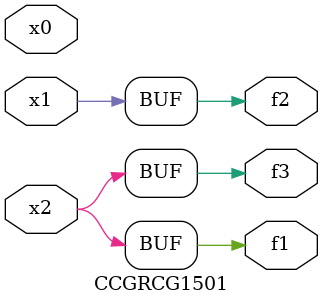
<source format=v>
module CCGRCG1501(
	input x0, x1, x2,
	output f1, f2, f3
);
	assign f1 = x2;
	assign f2 = x1;
	assign f3 = x2;
endmodule

</source>
